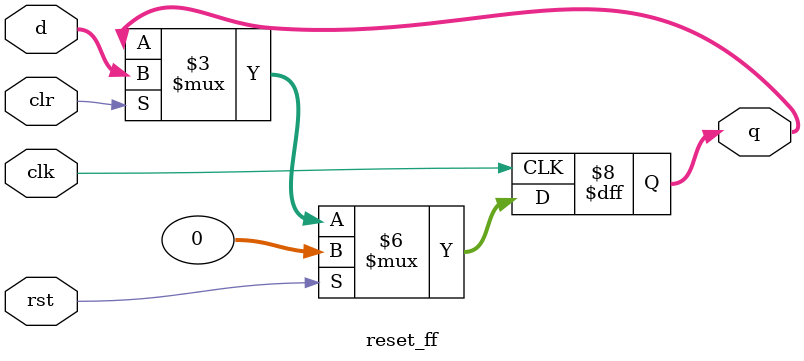
<source format=v>


module reset_ff #(parameter WIDTH = 32) (
    input       clk, rst, clr,
    input       [WIDTH-1:0] d,
    output reg  [WIDTH-1:0] q
);

initial begin
    q = 0;
end

always @(posedge clk) begin
    if (rst) q <= 0;
    else if (clr) q <= d;
end

endmodule

</source>
